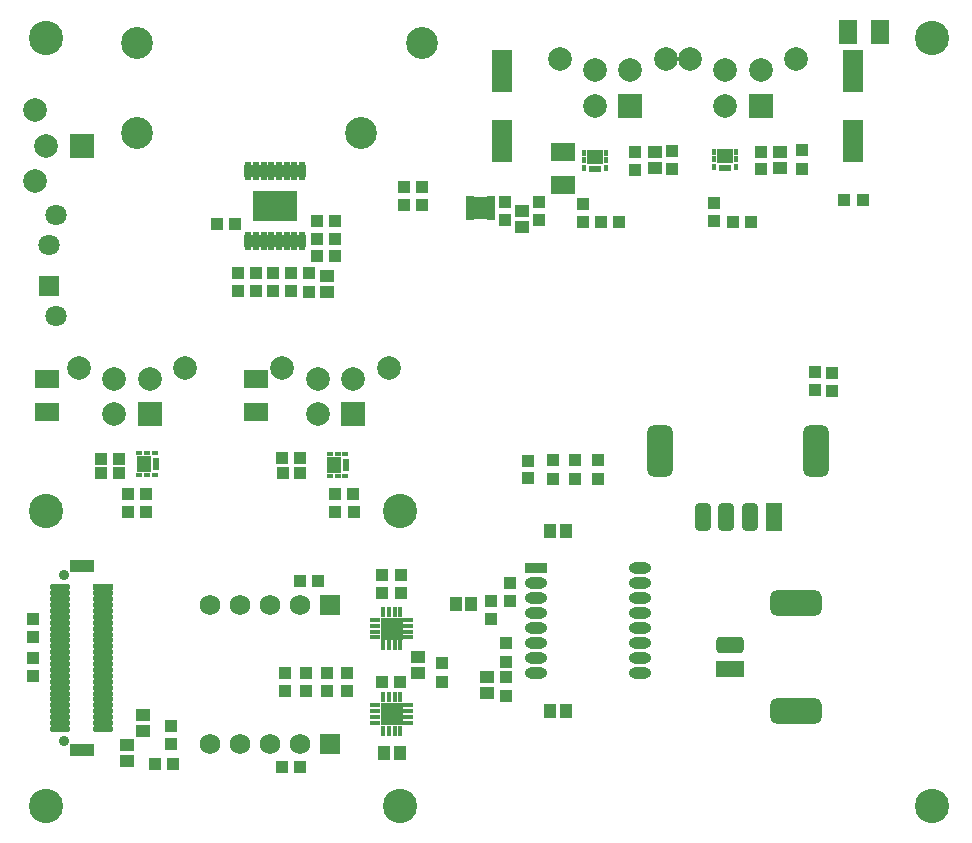
<source format=gts>
G04*
G04 #@! TF.GenerationSoftware,Altium Limited,Altium Designer,19.1.5 (86)*
G04*
G04 Layer_Color=8388736*
%FSLAX25Y25*%
%MOIN*%
G70*
G01*
G75*
%ADD16R,0.00787X0.03150*%
%ADD50R,0.02769X0.01981*%
%ADD51R,0.04737X0.07493*%
%ADD52R,0.04147X0.04147*%
%ADD53R,0.14776X0.10485*%
%ADD54O,0.02572X0.06312*%
%ADD55R,0.07887X0.03950*%
%ADD56R,0.07099X0.01981*%
%ADD57O,0.07099X0.01981*%
%ADD58R,0.04537X0.04143*%
%ADD59R,0.04143X0.04537*%
%ADD60R,0.04147X0.04147*%
G04:AMPARAMS|DCode=61|XSize=86.74mil|YSize=173.35mil|CornerRadius=23.68mil|HoleSize=0mil|Usage=FLASHONLY|Rotation=180.000|XOffset=0mil|YOffset=0mil|HoleType=Round|Shape=RoundedRectangle|*
%AMROUNDEDRECTD61*
21,1,0.08674,0.12598,0,0,180.0*
21,1,0.03937,0.17335,0,0,180.0*
1,1,0.04737,-0.01968,0.06299*
1,1,0.04737,0.01968,0.06299*
1,1,0.04737,0.01968,-0.06299*
1,1,0.04737,-0.01968,-0.06299*
%
%ADD61ROUNDEDRECTD61*%
G04:AMPARAMS|DCode=62|XSize=55.24mil|YSize=94.61mil|CornerRadius=15.81mil|HoleSize=0mil|Usage=FLASHONLY|Rotation=180.000|XOffset=0mil|YOffset=0mil|HoleType=Round|Shape=RoundedRectangle|*
%AMROUNDEDRECTD62*
21,1,0.05524,0.06299,0,0,180.0*
21,1,0.02362,0.09461,0,0,180.0*
1,1,0.03162,-0.01181,0.03150*
1,1,0.03162,0.01181,0.03150*
1,1,0.03162,0.01181,-0.03150*
1,1,0.03162,-0.01181,-0.03150*
%
%ADD62ROUNDEDRECTD62*%
%ADD63R,0.05524X0.09461*%
%ADD64R,0.03950X0.03950*%
%ADD65R,0.03950X0.03950*%
%ADD66R,0.03910X0.01981*%
%ADD67R,0.01784X0.02375*%
%ADD68R,0.05524X0.04737*%
%ADD69R,0.03753X0.01784*%
%ADD70R,0.01784X0.03753*%
%ADD71R,0.07296X0.07296*%
G04:AMPARAMS|DCode=72|XSize=86.74mil|YSize=173.35mil|CornerRadius=23.68mil|HoleSize=0mil|Usage=FLASHONLY|Rotation=90.000|XOffset=0mil|YOffset=0mil|HoleType=Round|Shape=RoundedRectangle|*
%AMROUNDEDRECTD72*
21,1,0.08674,0.12598,0,0,90.0*
21,1,0.03937,0.17335,0,0,90.0*
1,1,0.04737,0.06299,0.01968*
1,1,0.04737,0.06299,-0.01968*
1,1,0.04737,-0.06299,-0.01968*
1,1,0.04737,-0.06299,0.01968*
%
%ADD72ROUNDEDRECTD72*%
%ADD73R,0.09461X0.05524*%
G04:AMPARAMS|DCode=74|XSize=55.24mil|YSize=94.61mil|CornerRadius=15.81mil|HoleSize=0mil|Usage=FLASHONLY|Rotation=90.000|XOffset=0mil|YOffset=0mil|HoleType=Round|Shape=RoundedRectangle|*
%AMROUNDEDRECTD74*
21,1,0.05524,0.06299,0,0,90.0*
21,1,0.02362,0.09461,0,0,90.0*
1,1,0.03162,0.03150,0.01181*
1,1,0.03162,0.03150,-0.01181*
1,1,0.03162,-0.03150,-0.01181*
1,1,0.03162,-0.03150,0.01181*
%
%ADD74ROUNDEDRECTD74*%
%ADD75R,0.07887X0.06312*%
%ADD76O,0.07493X0.03792*%
%ADD77R,0.07493X0.03792*%
%ADD78R,0.06902X0.14383*%
%ADD79R,0.06312X0.07887*%
%ADD80R,0.04737X0.05524*%
%ADD81R,0.02375X0.01784*%
%ADD82R,0.01981X0.03910*%
%ADD83C,0.07887*%
%ADD84R,0.07887X0.07887*%
%ADD85C,0.03556*%
%ADD86C,0.10642*%
%ADD87R,0.07887X0.07887*%
%ADD88R,0.06800X0.06800*%
%ADD89C,0.06800*%
%ADD90C,0.07099*%
%ADD91R,0.07099X0.07099*%
%ADD92C,0.11430*%
%ADD93C,0.02769*%
D16*
X157677Y211024D02*
D03*
D50*
X151181Y206102D02*
D03*
Y208071D02*
D03*
Y210039D02*
D03*
Y212008D02*
D03*
X158267D02*
D03*
Y210039D02*
D03*
Y208071D02*
D03*
Y206102D02*
D03*
D51*
X154724Y209055D02*
D03*
D52*
X129128Y216240D02*
D03*
Y210138D02*
D03*
X5476Y52953D02*
D03*
Y59056D02*
D03*
X158150Y78248D02*
D03*
Y72146D02*
D03*
X163189Y52657D02*
D03*
Y46555D02*
D03*
X51575Y36516D02*
D03*
Y30413D02*
D03*
X266142Y148357D02*
D03*
Y154459D02*
D03*
X232579Y210790D02*
D03*
Y204688D02*
D03*
X186295Y118898D02*
D03*
Y125000D02*
D03*
X5476Y72067D02*
D03*
Y65965D02*
D03*
X134994Y216240D02*
D03*
Y210138D02*
D03*
X174213Y205020D02*
D03*
Y211122D02*
D03*
X162934D02*
D03*
Y205020D02*
D03*
X218386Y228088D02*
D03*
Y221986D02*
D03*
X100000Y198720D02*
D03*
Y204823D02*
D03*
X106004D02*
D03*
Y198720D02*
D03*
X97441Y187303D02*
D03*
Y181201D02*
D03*
X91535Y187401D02*
D03*
Y181299D02*
D03*
X85630Y187401D02*
D03*
Y181299D02*
D03*
X79724Y187401D02*
D03*
Y181299D02*
D03*
X73819Y187401D02*
D03*
Y181299D02*
D03*
X141732Y51181D02*
D03*
Y57283D02*
D03*
X110236Y54134D02*
D03*
Y48031D02*
D03*
X103346D02*
D03*
Y54134D02*
D03*
X96457Y48031D02*
D03*
Y54134D02*
D03*
X89567D02*
D03*
Y48031D02*
D03*
X162992Y64016D02*
D03*
Y57913D02*
D03*
X164567Y84055D02*
D03*
Y77953D02*
D03*
X193898Y125000D02*
D03*
Y118898D02*
D03*
X178692Y125000D02*
D03*
Y118898D02*
D03*
X188976Y204429D02*
D03*
Y210531D02*
D03*
X261811Y228305D02*
D03*
Y222202D02*
D03*
D53*
X86181Y209842D02*
D03*
D54*
X95138Y221457D02*
D03*
X92579D02*
D03*
X90020D02*
D03*
X87461D02*
D03*
X84901D02*
D03*
X82342D02*
D03*
X79783D02*
D03*
X77224D02*
D03*
X95138Y198228D02*
D03*
X92579D02*
D03*
X90020D02*
D03*
X87461D02*
D03*
X84901D02*
D03*
X82342D02*
D03*
X79783D02*
D03*
X77224D02*
D03*
D55*
X21654Y28346D02*
D03*
Y89764D02*
D03*
D56*
X28740Y82677D02*
D03*
D57*
Y80708D02*
D03*
Y78740D02*
D03*
Y76771D02*
D03*
Y74803D02*
D03*
Y72834D02*
D03*
Y70866D02*
D03*
Y68897D02*
D03*
Y66929D02*
D03*
Y64960D02*
D03*
Y62992D02*
D03*
Y61023D02*
D03*
Y59055D02*
D03*
Y57086D02*
D03*
Y55118D02*
D03*
Y53149D02*
D03*
Y51181D02*
D03*
Y49213D02*
D03*
Y47244D02*
D03*
Y45276D02*
D03*
Y43307D02*
D03*
Y41339D02*
D03*
Y39370D02*
D03*
Y37402D02*
D03*
Y35433D02*
D03*
X14567D02*
D03*
Y37402D02*
D03*
Y39370D02*
D03*
Y41339D02*
D03*
Y43307D02*
D03*
Y45276D02*
D03*
Y47244D02*
D03*
Y49213D02*
D03*
Y51181D02*
D03*
Y53149D02*
D03*
Y55118D02*
D03*
Y57086D02*
D03*
Y59055D02*
D03*
Y61023D02*
D03*
Y62992D02*
D03*
Y64960D02*
D03*
Y66929D02*
D03*
Y68897D02*
D03*
Y70866D02*
D03*
Y72834D02*
D03*
Y74803D02*
D03*
Y76771D02*
D03*
Y78740D02*
D03*
Y80708D02*
D03*
Y82677D02*
D03*
D58*
X156693Y52756D02*
D03*
Y47441D02*
D03*
X36710Y24902D02*
D03*
Y30217D02*
D03*
X42126Y40059D02*
D03*
Y34744D02*
D03*
X168476Y202817D02*
D03*
Y208132D02*
D03*
X254488Y222576D02*
D03*
Y227891D02*
D03*
X212655Y222379D02*
D03*
Y227694D02*
D03*
X103445Y181207D02*
D03*
Y186522D02*
D03*
X133858Y59449D02*
D03*
Y54134D02*
D03*
D59*
X151640Y77165D02*
D03*
X146326D02*
D03*
X183071Y101378D02*
D03*
X177756D02*
D03*
X183071Y41339D02*
D03*
X177756D02*
D03*
X127953Y27559D02*
D03*
X122638D02*
D03*
D60*
X46161Y23779D02*
D03*
X52264D02*
D03*
X244781Y204589D02*
D03*
X238679D02*
D03*
X37205Y107795D02*
D03*
X43307D02*
D03*
X28004Y125587D02*
D03*
X34107D02*
D03*
X275886Y211614D02*
D03*
X281988D02*
D03*
X106102Y192941D02*
D03*
X100000D02*
D03*
X66791Y203900D02*
D03*
X72894D02*
D03*
X88386Y22638D02*
D03*
X94488D02*
D03*
X128051Y86614D02*
D03*
X121949D02*
D03*
X128051Y80709D02*
D03*
X121949D02*
D03*
X121850Y51181D02*
D03*
X127953D02*
D03*
X194685Y204331D02*
D03*
X200787D02*
D03*
X37205Y113701D02*
D03*
X43307D02*
D03*
X112401Y107795D02*
D03*
X106299D02*
D03*
X106102Y113701D02*
D03*
X112205D02*
D03*
X94587Y125787D02*
D03*
X88484D02*
D03*
X94488Y84646D02*
D03*
X100591D02*
D03*
D61*
X214567Y127953D02*
D03*
X266535D02*
D03*
D62*
X228740Y105984D02*
D03*
X236614D02*
D03*
X244488D02*
D03*
D63*
X252362D02*
D03*
D64*
X271831Y148160D02*
D03*
Y154066D02*
D03*
X170315Y118983D02*
D03*
Y124889D02*
D03*
X206100Y227657D02*
D03*
Y221752D02*
D03*
X248031Y227891D02*
D03*
Y221986D02*
D03*
D65*
X28147Y120650D02*
D03*
X34053D02*
D03*
X94587Y120728D02*
D03*
X88681D02*
D03*
D66*
X236221Y222419D02*
D03*
X192717Y222087D02*
D03*
D67*
X232579Y227891D02*
D03*
Y225332D02*
D03*
Y222773D02*
D03*
X239862D02*
D03*
Y225332D02*
D03*
Y227891D02*
D03*
X196358Y227559D02*
D03*
Y225000D02*
D03*
Y222441D02*
D03*
X189075D02*
D03*
Y225000D02*
D03*
Y227559D02*
D03*
D68*
X236221Y226513D02*
D03*
X192717Y226181D02*
D03*
D69*
X119390Y43307D02*
D03*
Y41339D02*
D03*
Y39370D02*
D03*
Y37402D02*
D03*
X130610D02*
D03*
Y39370D02*
D03*
Y41339D02*
D03*
Y43307D02*
D03*
X119390Y71850D02*
D03*
Y69882D02*
D03*
Y67913D02*
D03*
Y65945D02*
D03*
X130610D02*
D03*
Y67913D02*
D03*
Y69882D02*
D03*
Y71850D02*
D03*
D70*
X122047Y34744D02*
D03*
X124016D02*
D03*
X125984D02*
D03*
X127953D02*
D03*
Y45965D02*
D03*
X125984D02*
D03*
X124016D02*
D03*
X122047D02*
D03*
Y63287D02*
D03*
X124016D02*
D03*
X125984D02*
D03*
X127953D02*
D03*
Y74508D02*
D03*
X125984D02*
D03*
X124016D02*
D03*
X122047D02*
D03*
D71*
X125000Y40354D02*
D03*
Y68898D02*
D03*
D72*
X259842Y77559D02*
D03*
Y41339D02*
D03*
D73*
X237874Y55512D02*
D03*
D74*
Y63386D02*
D03*
D75*
X79724Y141240D02*
D03*
Y152067D02*
D03*
X10211Y141240D02*
D03*
Y152067D02*
D03*
X182087Y227702D02*
D03*
Y216875D02*
D03*
D76*
X207677Y54016D02*
D03*
Y59016D02*
D03*
Y64016D02*
D03*
Y69016D02*
D03*
Y74016D02*
D03*
Y79016D02*
D03*
Y84016D02*
D03*
Y89016D02*
D03*
X173228Y54016D02*
D03*
Y59016D02*
D03*
Y64016D02*
D03*
Y69016D02*
D03*
Y74016D02*
D03*
Y79016D02*
D03*
Y84016D02*
D03*
D77*
Y89016D02*
D03*
D78*
X278969Y254764D02*
D03*
Y231536D02*
D03*
X161851Y254764D02*
D03*
Y231536D02*
D03*
D79*
X277067Y267796D02*
D03*
X287894D02*
D03*
D80*
X105817Y123336D02*
D03*
X42323Y123819D02*
D03*
D81*
X104439Y126978D02*
D03*
X106998D02*
D03*
X109557D02*
D03*
Y119694D02*
D03*
X106998D02*
D03*
X104439D02*
D03*
X40945Y127461D02*
D03*
X43504D02*
D03*
X46063D02*
D03*
Y120177D02*
D03*
X43504D02*
D03*
X40945D02*
D03*
D82*
X109912Y123336D02*
D03*
X46417Y123819D02*
D03*
D83*
X224410Y258662D02*
D03*
X236221Y254961D02*
D03*
X248031D02*
D03*
X259842Y258662D02*
D03*
X236221Y243150D02*
D03*
X181004Y258662D02*
D03*
X192815Y254961D02*
D03*
X204626D02*
D03*
X216437Y258662D02*
D03*
X192815Y243150D02*
D03*
X20819Y155866D02*
D03*
X32630Y152165D02*
D03*
X44441D02*
D03*
X56252Y155866D02*
D03*
X32630Y140354D02*
D03*
X88628Y155866D02*
D03*
X100439Y152165D02*
D03*
X112250D02*
D03*
X124061Y155866D02*
D03*
X100439Y140354D02*
D03*
X9843Y229606D02*
D03*
X6142Y218189D02*
D03*
Y241811D02*
D03*
D84*
X248031Y243150D02*
D03*
X204626D02*
D03*
X44441Y140354D02*
D03*
X112250D02*
D03*
D85*
X15748Y31299D02*
D03*
Y86811D02*
D03*
D86*
X40112Y234252D02*
D03*
Y264252D02*
D03*
X134994D02*
D03*
X114915Y234252D02*
D03*
D87*
X21654Y229606D02*
D03*
D88*
X104488Y30512D02*
D03*
Y76772D02*
D03*
D89*
X94488Y30512D02*
D03*
X84488D02*
D03*
X74488D02*
D03*
X64488D02*
D03*
X94488Y76772D02*
D03*
X84488D02*
D03*
X74488D02*
D03*
X64488D02*
D03*
D90*
X13273Y206656D02*
D03*
Y173191D02*
D03*
X10792Y196813D02*
D03*
D91*
Y183034D02*
D03*
D92*
X9843Y265748D02*
D03*
X305118D02*
D03*
Y9843D02*
D03*
X9843Y108268D02*
D03*
X127953D02*
D03*
Y9843D02*
D03*
X9843D02*
D03*
D93*
X90512Y212008D02*
D03*
Y207677D02*
D03*
X86181Y212008D02*
D03*
Y207677D02*
D03*
X81850Y212008D02*
D03*
Y207677D02*
D03*
M02*

</source>
